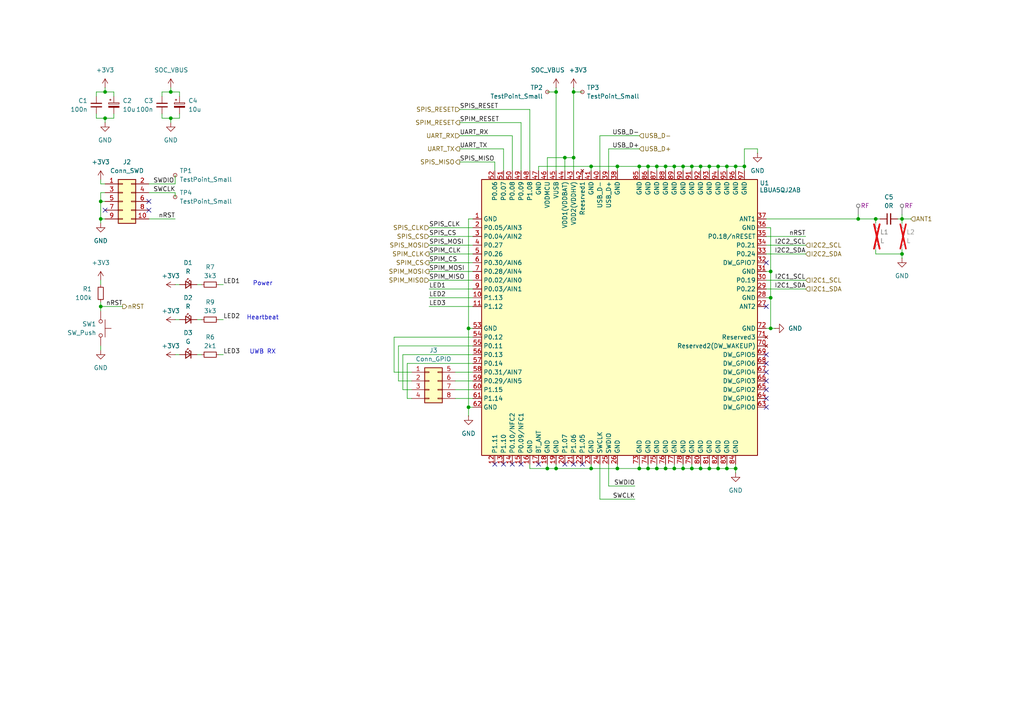
<source format=kicad_sch>
(kicad_sch (version 20250114) (generator "eeschema") (generator_version "9.0")
  (paper "A4")
  (lib_symbols
    (symbol "Connector:TestPoint_Small" (pin_numbers (hide yes)) (pin_names (offset 0.762) (hide yes))
      (property "Reference" "TP" (at 0 3.81 0))
      (property "Value" "TestPoint_Small" (at 0 2.032 0))
      (symbol "TestPoint_Small_0_1"
        (circle (center 0 0) (radius 0.508))
      )
      (symbol "TestPoint_Small_1_1"
        (pin passive line (at 0 0 90) (length 0) (name "1") (number "1"))
      )
    )
    (symbol "Connector_Generic:Conn_02x04_Top_Bottom" (pin_names (offset 1.016) (hide yes))
      (property "Reference" "J" (at 1.27 5.08 0))
      (property "Value" "Conn_02x04_Top_Bottom" (at 1.27 -7.62 0))
      (symbol "Conn_02x04_Top_Bottom_1_1"
        (rectangle (start -1.27 3.81) (end 3.81 -6.35) (stroke (width 0.254)) (fill (type background)))
        (rectangle (start -1.27 2.667) (end 0 2.413) (stroke (width 0.1524)))
        (rectangle (start -1.27 0.127) (end 0 -0.127) (stroke (width 0.1524)))
        (rectangle (start -1.27 -2.413) (end 0 -2.667) (stroke (width 0.1524)))
        (rectangle (start -1.27 -4.953) (end 0 -5.207) (stroke (width 0.1524)))
        (rectangle (start 3.81 2.667) (end 2.54 2.413) (stroke (width 0.1524)))
        (rectangle (start 3.81 0.127) (end 2.54 -0.127) (stroke (width 0.1524)))
        (rectangle (start 3.81 -2.413) (end 2.54 -2.667) (stroke (width 0.1524)))
        (rectangle (start 3.81 -4.953) (end 2.54 -5.207) (stroke (width 0.1524)))
        (pin passive line (at -5.08 2.54 0) (length 3.81) (name "Pin_1") (number "1"))
        (pin passive line (at -5.08 0 0) (length 3.81) (name "Pin_2") (number "2"))
        (pin passive line (at -5.08 -2.54 0) (length 3.81) (name "Pin_3") (number "3"))
        (pin passive line (at -5.08 -5.08 0) (length 3.81) (name "Pin_4") (number "4"))
        (pin passive line (at 7.62 2.54 180) (length 3.81) (name "Pin_5") (number "5"))
        (pin passive line (at 7.62 0 180) (length 3.81) (name "Pin_6") (number "6"))
        (pin passive line (at 7.62 -2.54 180) (length 3.81) (name "Pin_7") (number "7"))
        (pin passive line (at 7.62 -5.08 180) (length 3.81) (name "Pin_8") (number "8"))
      )
    )
    (symbol "Connector_Generic:Conn_02x05_Odd_Even" (pin_names (offset 1.016) (hide yes))
      (property "Reference" "J" (at 1.27 7.62 0))
      (property "Value" "Conn_02x05_Odd_Even" (at 1.27 -7.62 0))
      (symbol "Conn_02x05_Odd_Even_1_1"
        (rectangle (start -1.27 6.35) (end 3.81 -6.35) (stroke (width 0.254)) (fill (type background)))
        (rectangle (start -1.27 5.207) (end 0 4.953) (stroke (width 0.1524)))
        (rectangle (start -1.27 2.667) (end 0 2.413) (stroke (width 0.1524)))
        (rectangle (start -1.27 0.127) (end 0 -0.127) (stroke (width 0.1524)))
        (rectangle (start -1.27 -2.413) (end 0 -2.667) (stroke (width 0.1524)))
        (rectangle (start -1.27 -4.953) (end 0 -5.207) (stroke (width 0.1524)))
        (rectangle (start 3.81 5.207) (end 2.54 4.953) (stroke (width 0.1524)))
        (rectangle (start 3.81 2.667) (end 2.54 2.413) (stroke (width 0.1524)))
        (rectangle (start 3.81 0.127) (end 2.54 -0.127) (stroke (width 0.1524)))
        (rectangle (start 3.81 -2.413) (end 2.54 -2.667) (stroke (width 0.1524)))
        (rectangle (start 3.81 -4.953) (end 2.54 -5.207) (stroke (width 0.1524)))
        (pin passive line (at -5.08 5.08 0) (length 3.81) (name "Pin_1") (number "1"))
        (pin passive line (at -5.08 2.54 0) (length 3.81) (name "Pin_3") (number "3"))
        (pin passive line (at -5.08 0 0) (length 3.81) (name "Pin_5") (number "5"))
        (pin passive line (at -5.08 -2.54 0) (length 3.81) (name "Pin_7") (number "7"))
        (pin passive line (at -5.08 -5.08 0) (length 3.81) (name "Pin_9") (number "9"))
        (pin passive line (at 7.62 5.08 180) (length 3.81) (name "Pin_2") (number "2"))
        (pin passive line (at 7.62 2.54 180) (length 3.81) (name "Pin_4") (number "4"))
        (pin passive line (at 7.62 0 180) (length 3.81) (name "Pin_6") (number "6"))
        (pin passive line (at 7.62 -2.54 180) (length 3.81) (name "Pin_8") (number "8"))
        (pin passive line (at 7.62 -5.08 180) (length 3.81) (name "Pin_10") (number "10"))
      )
    )
    (symbol "Device:C_Polarized_Small" (pin_numbers (hide yes)) (pin_names (offset 0.254) (hide yes))
      (property "Reference" "C" (at 0.254 1.778 0))
      (property "Value" "C_Polarized_Small" (at 0.254 -2.032 0))
      (symbol "C_Polarized_Small_0_1"
        (rectangle (start -1.524 0.6858) (end 1.524 0.3048))
        (rectangle (start -1.524 -0.3048) (end 1.524 -0.6858) (fill (type outline)))
        (polyline (pts (xy -1.27 1.524) (xy -0.762 1.524)))
        (polyline (pts (xy -1.016 1.27) (xy -1.016 1.778)))
      )
      (symbol "C_Polarized_Small_1_1"
        (pin passive line (at 0 2.54 270) (length 1.8542) (name "~") (number "1"))
        (pin passive line (at 0 -2.54 90) (length 1.8542) (name "~") (number "2"))
      )
    )
    (symbol "Device:C_Small" (pin_numbers (hide yes)) (pin_names (offset 0.254) (hide yes))
      (property "Reference" "C" (at 0.254 1.778 0))
      (property "Value" "C_Small" (at 0.254 -2.032 0))
      (symbol "C_Small_0_1"
        (polyline (pts (xy -1.524 0.508) (xy 1.524 0.508)) (stroke (width 0.3048)))
        (polyline (pts (xy -1.524 -0.508) (xy 1.524 -0.508)) (stroke (width 0.3302)))
      )
      (symbol "C_Small_1_1"
        (pin passive line (at 0 2.54 270) (length 2.032) (name "~") (number "1"))
        (pin passive line (at 0 -2.54 90) (length 2.032) (name "~") (number "2"))
      )
    )
    (symbol "Device:L" (pin_numbers (hide yes)) (pin_names (offset 1.016) (hide yes))
      (property "Reference" "L" (at -1.27 0 90))
      (property "Value" "L" (at 1.905 0 90))
      (symbol "L_0_1"
        (arc (start 0 2.54) (mid 0.6323 1.905) (end 0 1.27))
        (arc (start 0 1.27) (mid 0.6323 0.635) (end 0 0))
        (arc (start 0 0) (mid 0.6323 -0.635) (end 0 -1.27))
        (arc (start 0 -1.27) (mid 0.6323 -1.905) (end 0 -2.54))
      )
      (symbol "L_1_1"
        (pin passive line (at 0 3.81 270) (length 1.27) (name "1") (number "1"))
        (pin passive line (at 0 -3.81 90) (length 1.27) (name "2") (number "2"))
      )
    )
    (symbol "Device:LED_Small" (pin_numbers (hide yes)) (pin_names (offset 0.254) (hide yes))
      (property "Reference" "D" (at -1.27 3.175 0))
      (property "Value" "LED_Small" (at -4.445 -2.54 0))
      (symbol "LED_Small_0_1"
        (polyline (pts (xy -0.762 -1.016) (xy -0.762 1.016)) (stroke (width 0.254)))
        (polyline (pts (xy 0 0.762) (xy -0.508 1.27) (xy -0.254 1.27) (xy -0.508 1.27) (xy -0.508 1.016)))
        (polyline (pts (xy 0.508 1.27) (xy 0 1.778) (xy 0.254 1.778) (xy 0 1.778) (xy 0 1.524)))
        (polyline (pts (xy 0.762 -1.016) (xy -0.762 0) (xy 0.762 1.016) (xy 0.762 -1.016)) (stroke (width 0.254)))
        (polyline (pts (xy 1.016 0) (xy -0.762 0)))
      )
      (symbol "LED_Small_1_1"
        (pin passive line (at -2.54 0 0) (length 1.778) (name "K") (number "1"))
        (pin passive line (at 2.54 0 180) (length 1.778) (name "A") (number "2"))
      )
    )
    (symbol "Device:R_Small" (pin_numbers (hide yes)) (pin_names (offset 0.254) (hide yes))
      (property "Reference" "R" (at 0 0 90))
      (property "Value" "R_Small" (at 1.778 0 90))
      (symbol "R_Small_0_1"
        (rectangle (start -0.762 1.778) (end 0.762 -1.778) (stroke (width 0.2032)))
      )
      (symbol "R_Small_1_1"
        (pin passive line (at 0 2.54 270) (length 0.762) (name "~") (number "1"))
        (pin passive line (at 0 -2.54 90) (length 0.762) (name "~") (number "2"))
      )
    )
    (symbol "LBUA5QJ2AB:LBUA5QJ2AB"
      (property "Reference" "U" (at 42.291 37.211 0))
      (property "Value" "LBUA5QJ2AB" (at 47.498 35.306 0))
      (symbol "LBUA5QJ2AB_1_1"
        (rectangle (start -39.3699 38.0999) (end 40.64 -41.91) (stroke (width 0.254)) (fill (type background)))
        (pin power_in line (at -41.91 26.67 0) (length 2.54) (name "GND") (number "1"))
        (pin input line (at -41.91 24.13 0) (length 2.54) (name "P0.05/AIN3") (number "2"))
        (pin input line (at -41.91 21.59 0) (length 2.54) (name "P0.04/AIN2") (number "3"))
        (pin input line (at -41.91 19.05 0) (length 2.54) (name "P0.27") (number "4"))
        (pin input line (at -41.91 16.51 0) (length 2.54) (name "P0.26") (number "5"))
        (pin input line (at -41.91 13.97 0) (length 2.54) (name "P0.30/AIN6") (number "6"))
        (pin input line (at -41.91 11.43 0) (length 2.54) (name "P0.28/AIN4") (number "7"))
        (pin input line (at -41.91 8.89 0) (length 2.54) (name "P0.02/AIN0") (number "8"))
        (pin input line (at -41.91 6.35 0) (length 2.54) (name "P0.03/AIN1") (number "9"))
        (pin input line (at -41.91 3.81 0) (length 2.54) (name "P1.13") (number "10"))
        (pin input line (at -41.91 1.27 0) (length 2.54) (name "P1.12") (number "11"))
        (pin power_in line (at -41.91 -5.08 0) (length 2.54) (name "GND") (number "53"))
        (pin input line (at -41.91 -7.62 0) (length 2.54) (name "P0.12") (number "54"))
        (pin input line (at -41.91 -10.16 0) (length 2.54) (name "P0.11") (number "55"))
        (pin input line (at -41.91 -12.7 0) (length 2.54) (name "P0.13") (number "56"))
        (pin input line (at -41.91 -15.24 0) (length 2.54) (name "P0.14") (number "57"))
        (pin input line (at -41.91 -17.78 0) (length 2.54) (name "P0.31/AIN7") (number "58"))
        (pin input line (at -41.91 -20.32 0) (length 2.54) (name "P0.29/AIN5") (number "59"))
        (pin input line (at -41.91 -22.86 0) (length 2.54) (name "P1.15") (number "60"))
        (pin input line (at -41.91 -25.4 0) (length 2.54) (name "P1.14") (number "61"))
        (pin power_in line (at -41.91 -27.94 0) (length 2.54) (name "GND") (number "62"))
        (pin input line (at -35.56 40.64 270) (length 2.54) (name "P0.06") (number "52"))
        (pin power_in line (at -35.56 -44.45 90) (length 2.54) (name "P1.11") (number "12"))
        (pin input line (at -33.02 40.64 270) (length 2.54) (name "P0.07") (number "51"))
        (pin input line (at -33.02 -44.45 90) (length 2.54) (name "P1.10") (number "13"))
        (pin input line (at -30.48 40.64 270) (length 2.54) (name "P0.08") (number "50"))
        (pin input line (at -30.48 -44.45 90) (length 2.54) (name "P0.10/NFC2") (number "14"))
        (pin input line (at -27.94 40.64 270) (length 2.54) (name "P0.09") (number "49"))
        (pin input line (at -27.94 -44.45 90) (length 2.54) (name "P0.09/NFC1") (number "15"))
        (pin input line (at -25.4 40.64 270) (length 2.54) (name "P1.08") (number "48"))
        (pin power_in line (at -25.4 -44.45 90) (length 2.54) (name "GND") (number "16"))
        (pin power_in line (at -22.86 40.64 270) (length 2.54) (name "GND") (number "47"))
        (pin input line (at -22.86 -44.45 90) (length 2.54) (name "BT_ANT") (number "17"))
        (pin power_in line (at -20.32 40.64 270) (length 2.54) (name "VDDMCU") (number "46"))
        (pin power_in line (at -20.32 -44.45 90) (length 2.54) (name "GND") (number "18"))
        (pin power_in line (at -17.78 40.64 270) (length 2.54) (name "VUSB") (number "45"))
        (pin power_in line (at -17.78 -44.45 90) (length 2.54) (name "GND") (number "19"))
        (pin power_in line (at -15.24 40.64 270) (length 2.54) (name "VDD1(VDDBAT)") (number "44"))
        (pin input line (at -15.24 -44.45 90) (length 2.54) (name "P1.07") (number "20"))
        (pin power_in line (at -12.7 40.64 270) (length 2.54) (name "VDD2(VDDHV)") (number "43"))
        (pin input line (at -12.7 -44.45 90) (length 2.54) (name "P1.06") (number "21"))
        (pin no_connect line (at -10.16 40.64 270) (length 2.54) (name "Reesrved1") (number "42"))
        (pin input line (at -10.16 -44.45 90) (length 2.54) (name "P1.05") (number "22"))
        (pin power_in line (at -7.62 40.64 270) (length 2.54) (name "GND") (number "41"))
        (pin power_in line (at -7.62 -44.45 90) (length 2.54) (name "GND") (number "23"))
        (pin input line (at -5.08 40.64 270) (length 2.54) (name "USB_D-") (number "40"))
        (pin input line (at -5.08 -44.45 90) (length 2.54) (name "SWCLK") (number "24"))
        (pin input line (at -2.54 40.64 270) (length 2.54) (name "USB_D+") (number "39"))
        (pin input line (at -2.54 -44.45 90) (length 2.54) (name "SWDIO") (number "25"))
        (pin power_in line (at 0 40.64 270) (length 2.54) (name "GND") (number "38"))
        (pin power_in line (at 0 -44.45 90) (length 2.54) (name "GND") (number "26"))
        (pin power_in line (at 6.35 40.64 270) (length 2.54) (name "GND") (number "85"))
        (pin power_in line (at 6.35 -44.45 90) (length 2.54) (name "GND") (number "73"))
        (pin power_in line (at 8.89 40.64 270) (length 2.54) (name "GND") (number "86"))
        (pin power_in line (at 8.89 -44.45 90) (length 2.54) (name "GND") (number "74"))
        (pin power_in line (at 11.43 40.64 270) (length 2.54) (name "GND") (number "87"))
        (pin power_in line (at 11.43 -44.45 90) (length 2.54) (name "GND") (number "75"))
        (pin power_in line (at 13.97 40.64 270) (length 2.54) (name "GND") (number "88"))
        (pin power_in line (at 13.97 -44.45 90) (length 2.54) (name "GND") (number "76"))
        (pin power_in line (at 16.51 40.64 270) (length 2.54) (name "GND") (number "89"))
        (pin power_in line (at 16.51 -44.45 90) (length 2.54) (name "GND") (number "77"))
        (pin power_in line (at 19.05 40.64 270) (length 2.54) (name "GND") (number "90"))
        (pin power_in line (at 19.05 -44.45 90) (length 2.54) (name "GND") (number "78"))
        (pin power_in line (at 21.59 40.64 270) (length 2.54) (name "GND") (number "91"))
        (pin power_in line (at 21.59 -44.45 90) (length 2.54) (name "GND") (number "79"))
        (pin power_in line (at 24.13 40.64 270) (length 2.54) (name "GND") (number "92"))
        (pin power_in line (at 24.13 -44.45 90) (length 2.54) (name "GND") (number "80"))
        (pin power_in line (at 26.67 40.64 270) (length 2.54) (name "GND") (number "93"))
        (pin power_in line (at 26.67 -44.45 90) (length 2.54) (name "GND") (number "81"))
        (pin power_in line (at 29.21 40.64 270) (length 2.54) (name "GND") (number "94"))
        (pin power_in line (at 29.21 -44.45 90) (length 2.54) (name "GND") (number "82"))
        (pin power_in line (at 31.75 40.64 270) (length 2.54) (name "GND") (number "95"))
        (pin power_in line (at 31.75 -44.45 90) (length 2.54) (name "GND") (number "83"))
        (pin power_in line (at 34.29 40.64 270) (length 2.54) (name "GND") (number "96"))
        (pin power_in line (at 34.29 -44.45 90) (length 2.54) (name "GND") (number "84"))
        (pin power_in line (at 36.83 40.64 270) (length 2.54) (name "GND") (number "97"))
        (pin input line (at 43.18 26.67 180) (length 2.54) (name "ANT1") (number "37"))
        (pin power_in line (at 43.18 24.13 180) (length 2.54) (name "GND") (number "36"))
        (pin input line (at 43.18 21.59 180) (length 2.54) (name "P0.18/nRESET") (number "35"))
        (pin input line (at 43.18 19.05 180) (length 2.54) (name "P0.21") (number "34"))
        (pin input line (at 43.18 16.51 180) (length 2.54) (name "P0.24") (number "33"))
        (pin input line (at 43.18 13.97 180) (length 2.54) (name "DW_GPIO7") (number "32"))
        (pin power_in line (at 43.18 11.43 180) (length 2.54) (name "GND") (number "31"))
        (pin input line (at 43.18 8.89 180) (length 2.54) (name "P0.19") (number "30"))
        (pin input line (at 43.18 6.35 180) (length 2.54) (name "P0.22") (number "29"))
        (pin power_in line (at 43.18 3.81 180) (length 2.54) (name "GND") (number "28"))
        (pin input line (at 43.18 1.27 180) (length 2.54) (name "ANT2") (number "27"))
        (pin power_in line (at 43.18 -5.08 180) (length 2.54) (name "GND") (number "72"))
        (pin no_connect line (at 43.18 -7.62 180) (length 2.54) (name "Reserved3") (number "71"))
        (pin no_connect line (at 43.18 -10.16 180) (length 2.54) (name "Reserved2(DW_WAKEUP)") (number "70"))
        (pin input line (at 43.18 -12.7 180) (length 2.54) (name "DW_GPIO5") (number "69"))
        (pin input line (at 43.18 -15.24 180) (length 2.54) (name "DW_GPIO6") (number "68"))
        (pin input line (at 43.18 -17.78 180) (length 2.54) (name "DW_GPIO4") (number "67"))
        (pin input line (at 43.18 -20.32 180) (length 2.54) (name "DW_GPIO3") (number "66"))
        (pin input line (at 43.18 -22.86 180) (length 2.54) (name "DW_GPIO2") (number "65"))
        (pin input line (at 43.18 -25.4 180) (length 2.54) (name "DW_GPIO1") (number "64"))
        (pin input line (at 43.18 -27.94 180) (length 2.54) (name "DW_GPIO0") (number "63"))
      )
    )
    (symbol "Switch:SW_Push" (pin_numbers (hide yes)) (pin_names (offset 1.016) (hide yes))
      (property "Reference" "SW" (at 1.27 2.54 0))
      (property "Value" "SW_Push" (at 0 -1.524 0))
      (symbol "SW_Push_0_1"
        (circle (center -2.032 0) (radius 0.508))
        (polyline (pts (xy 0 1.27) (xy 0 3.048)))
        (circle (center 2.032 0) (radius 0.508))
        (polyline (pts (xy 2.54 1.27) (xy -2.54 1.27)))
        (pin passive line (at -5.08 0 0) (length 2.54) (name "1") (number "1"))
        (pin passive line (at 5.08 0 180) (length 2.54) (name "2") (number "2"))
      )
    )
    (symbol "power:+3V3" (power) (pin_numbers (hide yes)) (pin_names (offset 0) (hide yes))
      (property "Value" "+3V3" (at 0 3.556 0))
      (symbol "+3V3_0_1"
        (polyline (pts (xy -0.762 1.27) (xy 0 2.54)))
        (polyline (pts (xy 0 2.54) (xy 0.762 1.27)))
        (polyline (pts (xy 0 0) (xy 0 2.54)))
      )
      (symbol "+3V3_1_1"
        (pin power_in line (at 0 0 90) (length 0) (name "~") (number "1"))
      )
    )
    (symbol "power:GND" (power) (pin_numbers (hide yes)) (pin_names (offset 0) (hide yes))
      (property "Value" "GND" (at 0 -3.81 0))
      (symbol "GND_0_1"
        (polyline (pts (xy 0 0) (xy 0 -1.27) (xy 1.27 -1.27) (xy 0 -2.54) (xy -1.27 -1.27) (xy 0 -1.27)))
      )
      (symbol "GND_1_1"
        (pin power_in line (at 0 0 270) (length 0) (name "~") (number "1"))
      )
    )
    (symbol "power:VBUS" (power) (pin_numbers (hide yes)) (pin_names (offset 0) (hide yes))
      (property "Value" "VBUS" (at 0 3.556 0))
      (symbol "VBUS_0_1"
        (polyline (pts (xy -0.762 1.27) (xy 0 2.54)))
        (polyline (pts (xy 0 2.54) (xy 0.762 1.27)))
        (polyline (pts (xy 0 0) (xy 0 2.54)))
      )
      (symbol "VBUS_1_1"
        (pin power_in line (at 0 0 90) (length 0) (name "~") (number "1"))
      )
    )
  )
  (text "Power" (at 76.2 82.296 0) (effects (font (size 1.27 1.27))))
  (text "Heartbeat" (at 76.2 92.202 0) (effects (font (size 1.27 1.27))))
  (text "UWB RX" (at 76.2 102.108 0) (effects (font (size 1.27 1.27))))
  (junction (at 203.2 135.89))
  (junction (at 171.45 48.26))
  (junction (at 261.62 73.66))
  (junction (at 208.28 135.89))
  (junction (at 213.36 135.89))
  (junction (at 205.74 135.89))
  (junction (at 223.52 78.74))
  (junction (at 198.12 135.89))
  (junction (at 49.53 26.67))
  (junction (at 193.04 135.89))
  (junction (at 135.89 95.25))
  (junction (at 187.96 135.89))
  (junction (at 166.37 26.67))
  (junction (at 161.29 26.67))
  (junction (at 30.48 34.29))
  (junction (at 29.21 63.5))
  (junction (at 30.48 26.67))
  (junction (at 200.66 48.26))
  (junction (at 213.36 48.26))
  (junction (at 254 63.5))
  (junction (at 205.74 48.26))
  (junction (at 179.07 135.89))
  (junction (at 223.52 86.36))
  (junction (at 193.04 48.26))
  (junction (at 190.5 135.89))
  (junction (at 208.28 48.26))
  (junction (at 210.82 135.89))
  (junction (at 171.45 135.89))
  (junction (at 195.58 135.89))
  (junction (at 215.9 48.26))
  (junction (at 185.42 135.89))
  (junction (at 29.21 88.9))
  (junction (at 195.58 48.26))
  (junction (at 261.62 63.5))
  (junction (at 29.21 58.42))
  (junction (at 248.92 63.5))
  (junction (at 210.82 48.26))
  (junction (at 135.89 118.11))
  (junction (at 185.42 48.26))
  (junction (at 187.96 48.26))
  (junction (at 163.83 45.72))
  (junction (at 166.37 45.72))
  (junction (at 158.75 135.89))
  (junction (at 179.07 48.26))
  (junction (at 161.29 135.89))
  (junction (at 200.66 135.89))
  (junction (at 190.5 48.26))
  (junction (at 198.12 48.26))
  (junction (at 203.2 48.26))
  (junction (at 223.52 95.25))
  (junction (at 49.53 34.29))
  (no_connect (at 168.91 134.62))
  (no_connect (at 30.48 60.96))
  (no_connect (at 222.25 76.2))
  (no_connect (at 166.37 134.62))
  (no_connect (at 222.25 113.03))
  (no_connect (at 222.25 115.57))
  (no_connect (at 43.18 58.42))
  (no_connect (at 222.25 107.95))
  (no_connect (at 151.13 134.62))
  (no_connect (at 222.25 118.11))
  (no_connect (at 156.21 134.62))
  (no_connect (at 148.59 134.62))
  (no_connect (at 222.25 110.49))
  (no_connect (at 43.18 60.96))
  (no_connect (at 222.25 105.41))
  (no_connect (at 222.25 102.87))
  (no_connect (at 163.83 134.62))
  (no_connect (at 146.05 134.62))
  (no_connect (at 222.25 88.9))
  (no_connect (at 143.51 134.62))
  (wire (pts (xy 63.5 102.87) (xy 64.77 102.87)))
  (wire (pts (xy 166.37 25.4) (xy 166.37 26.67)))
  (wire (pts (xy 222.25 71.12) (xy 233.68 71.12)))
  (wire (pts (xy 143.51 49.53) (xy 143.51 46.99)))
  (wire (pts (xy 63.5 82.55) (xy 64.77 82.55)))
  (wire (pts (xy 195.58 48.26) (xy 195.58 49.53)))
  (wire (pts (xy 195.58 135.89) (xy 198.12 135.89)))
  (wire (pts (xy 124.46 76.2) (xy 137.16 76.2)))
  (wire (pts (xy 30.48 25.4) (xy 30.48 26.67)))
  (wire (pts (xy 124.46 78.74) (xy 137.16 78.74)))
  (wire (pts (xy 222.25 95.25) (xy 223.52 95.25)))
  (wire (pts (xy 146.05 49.53) (xy 146.05 43.18)))
  (wire (pts (xy 195.58 48.26) (xy 198.12 48.26)))
  (wire (pts (xy 171.45 48.26) (xy 171.45 49.53)))
  (wire (pts (xy 185.42 48.26) (xy 187.96 48.26)))
  (wire (pts (xy 27.94 34.29) (xy 30.48 34.29)))
  (wire (pts (xy 50.8 53.34) (xy 50.8 50.8)))
  (wire (pts (xy 116.84 102.87) (xy 137.16 102.87)))
  (wire (pts (xy 156.21 48.26) (xy 171.45 48.26)))
  (wire (pts (xy 179.07 135.89) (xy 185.42 135.89)))
  (wire (pts (xy 261.62 63.5) (xy 261.62 64.77)))
  (wire (pts (xy 254 63.5) (xy 254 64.77)))
  (wire (pts (xy 132.08 115.57) (xy 137.16 115.57)))
  (wire (pts (xy 261.62 72.39) (xy 261.62 73.66)))
  (wire (pts (xy 195.58 134.62) (xy 195.58 135.89)))
  (wire (pts (xy 248.92 63.5) (xy 254 63.5)))
  (wire (pts (xy 222.25 86.36) (xy 223.52 86.36)))
  (wire (pts (xy 43.18 55.88) (xy 50.8 55.88)))
  (wire (pts (xy 166.37 45.72) (xy 166.37 49.53)))
  (wire (pts (xy 171.45 48.26) (xy 179.07 48.26)))
  (wire (pts (xy 158.75 135.89) (xy 161.29 135.89)))
  (wire (pts (xy 119.38 115.57) (xy 118.11 115.57)))
  (wire (pts (xy 200.66 135.89) (xy 203.2 135.89)))
  (wire (pts (xy 118.11 105.41) (xy 137.16 105.41)))
  (wire (pts (xy 161.29 26.67) (xy 161.29 49.53)))
  (wire (pts (xy 133.35 35.56) (xy 151.13 35.56)))
  (wire (pts (xy 190.5 48.26) (xy 193.04 48.26)))
  (wire (pts (xy 63.5 92.71) (xy 64.77 92.71)))
  (wire (pts (xy 46.99 26.67) (xy 46.99 27.94)))
  (wire (pts (xy 205.74 48.26) (xy 205.74 49.53)))
  (wire (pts (xy 133.35 43.18) (xy 146.05 43.18)))
  (wire (pts (xy 222.25 81.28) (xy 233.68 81.28)))
  (wire (pts (xy 173.99 49.53) (xy 173.99 39.37)))
  (wire (pts (xy 193.04 48.26) (xy 193.04 49.53)))
  (wire (pts (xy 198.12 135.89) (xy 200.66 135.89)))
  (wire (pts (xy 193.04 48.26) (xy 195.58 48.26)))
  (wire (pts (xy 124.46 68.58) (xy 137.16 68.58)))
  (wire (pts (xy 29.21 88.9) (xy 29.21 90.17)))
  (wire (pts (xy 132.08 107.95) (xy 137.16 107.95)))
  (wire (pts (xy 233.68 68.58) (xy 222.25 68.58)))
  (wire (pts (xy 50.8 92.71) (xy 52.07 92.71)))
  (wire (pts (xy 210.82 48.26) (xy 210.82 49.53)))
  (wire (pts (xy 219.71 44.45) (xy 219.71 43.18)))
  (wire (pts (xy 30.48 55.88) (xy 29.21 55.88)))
  (wire (pts (xy 198.12 134.62) (xy 198.12 135.89)))
  (wire (pts (xy 208.28 135.89) (xy 210.82 135.89)))
  (wire (pts (xy 57.15 92.71) (xy 58.42 92.71)))
  (wire (pts (xy 203.2 134.62) (xy 203.2 135.89)))
  (wire (pts (xy 185.42 134.62) (xy 185.42 135.89)))
  (wire (pts (xy 176.53 134.62) (xy 176.53 140.97)))
  (wire (pts (xy 124.46 83.82) (xy 137.16 83.82)))
  (wire (pts (xy 135.89 63.5) (xy 137.16 63.5)))
  (wire (pts (xy 132.08 110.49) (xy 137.16 110.49)))
  (wire (pts (xy 176.53 140.97) (xy 184.15 140.97)))
  (wire (pts (xy 124.46 73.66) (xy 137.16 73.66)))
  (wire (pts (xy 261.62 62.23) (xy 261.62 63.5)))
  (wire (pts (xy 173.99 134.62) (xy 173.99 144.78)))
  (wire (pts (xy 29.21 63.5) (xy 29.21 64.77)))
  (wire (pts (xy 52.07 26.67) (xy 49.53 26.67)))
  (wire (pts (xy 33.02 33.02) (xy 33.02 34.29)))
  (wire (pts (xy 124.46 66.04) (xy 137.16 66.04)))
  (wire (pts (xy 219.71 43.18) (xy 215.9 43.18)))
  (wire (pts (xy 49.53 34.29) (xy 52.07 34.29)))
  (wire (pts (xy 254 73.66) (xy 261.62 73.66)))
  (wire (pts (xy 222.25 83.82) (xy 233.68 83.82)))
  (wire (pts (xy 29.21 88.9) (xy 35.56 88.9)))
  (wire (pts (xy 198.12 48.26) (xy 198.12 49.53)))
  (wire (pts (xy 261.62 63.5) (xy 264.16 63.5)))
  (wire (pts (xy 124.46 71.12) (xy 137.16 71.12)))
  (wire (pts (xy 135.89 118.11) (xy 135.89 120.65)))
  (wire (pts (xy 148.59 49.53) (xy 148.59 39.37)))
  (wire (pts (xy 29.21 55.88) (xy 29.21 58.42)))
  (wire (pts (xy 203.2 135.89) (xy 205.74 135.89)))
  (wire (pts (xy 114.3 107.95) (xy 119.38 107.95)))
  (wire (pts (xy 30.48 26.67) (xy 27.94 26.67)))
  (wire (pts (xy 29.21 100.33) (xy 29.21 101.6)))
  (wire (pts (xy 193.04 135.89) (xy 195.58 135.89)))
  (wire (pts (xy 171.45 134.62) (xy 171.45 135.89)))
  (wire (pts (xy 254 63.5) (xy 255.27 63.5)))
  (wire (pts (xy 261.62 74.93) (xy 261.62 73.66)))
  (wire (pts (xy 124.46 88.9) (xy 137.16 88.9)))
  (wire (pts (xy 29.21 52.07) (xy 29.21 53.34)))
  (wire (pts (xy 208.28 134.62) (xy 208.28 135.89)))
  (wire (pts (xy 203.2 48.26) (xy 203.2 49.53)))
  (wire (pts (xy 137.16 97.79) (xy 114.3 97.79)))
  (wire (pts (xy 133.35 39.37) (xy 148.59 39.37)))
  (wire (pts (xy 137.16 118.11) (xy 135.89 118.11)))
  (wire (pts (xy 49.53 34.29) (xy 49.53 35.56)))
  (wire (pts (xy 166.37 26.67) (xy 166.37 45.72)))
  (wire (pts (xy 119.38 113.03) (xy 116.84 113.03)))
  (wire (pts (xy 205.74 135.89) (xy 208.28 135.89)))
  (wire (pts (xy 222.25 73.66) (xy 233.68 73.66)))
  (wire (pts (xy 166.37 26.67) (xy 168.91 26.67)))
  (wire (pts (xy 57.15 102.87) (xy 58.42 102.87)))
  (wire (pts (xy 158.75 49.53) (xy 158.75 45.72)))
  (wire (pts (xy 118.11 115.57) (xy 118.11 105.41)))
  (wire (pts (xy 50.8 102.87) (xy 52.07 102.87)))
  (wire (pts (xy 187.96 48.26) (xy 190.5 48.26)))
  (wire (pts (xy 200.66 48.26) (xy 200.66 49.53)))
  (wire (pts (xy 190.5 134.62) (xy 190.5 135.89)))
  (wire (pts (xy 52.07 27.94) (xy 52.07 26.67)))
  (wire (pts (xy 213.36 134.62) (xy 213.36 135.89)))
  (wire (pts (xy 29.21 58.42) (xy 29.21 63.5)))
  (wire (pts (xy 222.25 63.5) (xy 248.92 63.5)))
  (wire (pts (xy 153.67 135.89) (xy 158.75 135.89)))
  (wire (pts (xy 30.48 34.29) (xy 33.02 34.29)))
  (wire (pts (xy 153.67 134.62) (xy 153.67 135.89)))
  (wire (pts (xy 158.75 134.62) (xy 158.75 135.89)))
  (wire (pts (xy 158.75 26.67) (xy 161.29 26.67)))
  (wire (pts (xy 179.07 48.26) (xy 179.07 49.53)))
  (wire (pts (xy 29.21 53.34) (xy 30.48 53.34)))
  (wire (pts (xy 223.52 78.74) (xy 223.52 86.36)))
  (wire (pts (xy 119.38 110.49) (xy 115.57 110.49)))
  (wire (pts (xy 163.83 45.72) (xy 166.37 45.72)))
  (wire (pts (xy 190.5 48.26) (xy 190.5 49.53)))
  (wire (pts (xy 33.02 27.94) (xy 33.02 26.67)))
  (wire (pts (xy 213.36 48.26) (xy 215.9 48.26)))
  (wire (pts (xy 30.48 34.29) (xy 30.48 35.56)))
  (wire (pts (xy 208.28 48.26) (xy 210.82 48.26)))
  (wire (pts (xy 151.13 49.53) (xy 151.13 35.56)))
  (wire (pts (xy 185.42 135.89) (xy 187.96 135.89)))
  (wire (pts (xy 161.29 135.89) (xy 171.45 135.89)))
  (wire (pts (xy 132.08 113.03) (xy 137.16 113.03)))
  (wire (pts (xy 50.8 82.55) (xy 52.07 82.55)))
  (wire (pts (xy 176.53 43.18) (xy 185.42 43.18)))
  (wire (pts (xy 50.8 53.34) (xy 43.18 53.34)))
  (wire (pts (xy 161.29 134.62) (xy 161.29 135.89)))
  (wire (pts (xy 223.52 86.36) (xy 223.52 95.25)))
  (wire (pts (xy 133.35 46.99) (xy 143.51 46.99)))
  (wire (pts (xy 185.42 48.26) (xy 185.42 49.53)))
  (wire (pts (xy 46.99 34.29) (xy 49.53 34.29)))
  (wire (pts (xy 210.82 135.89) (xy 213.36 135.89)))
  (wire (pts (xy 30.48 63.5) (xy 29.21 63.5)))
  (wire (pts (xy 116.84 113.03) (xy 116.84 102.87)))
  (wire (pts (xy 213.36 49.53) (xy 213.36 48.26)))
  (wire (pts (xy 210.82 48.26) (xy 213.36 48.26)))
  (wire (pts (xy 173.99 144.78) (xy 184.15 144.78)))
  (wire (pts (xy 248.92 62.23) (xy 248.92 63.5)))
  (wire (pts (xy 179.07 134.62) (xy 179.07 135.89)))
  (wire (pts (xy 208.28 48.26) (xy 208.28 49.53)))
  (wire (pts (xy 200.66 134.62) (xy 200.66 135.89)))
  (wire (pts (xy 223.52 66.04) (xy 223.52 78.74)))
  (wire (pts (xy 124.46 81.28) (xy 137.16 81.28)))
  (wire (pts (xy 114.3 97.79) (xy 114.3 107.95)))
  (wire (pts (xy 210.82 134.62) (xy 210.82 135.89)))
  (wire (pts (xy 187.96 48.26) (xy 187.96 49.53)))
  (wire (pts (xy 135.89 63.5) (xy 135.89 95.25)))
  (wire (pts (xy 50.8 55.88) (xy 50.8 57.15)))
  (wire (pts (xy 222.25 66.04) (xy 223.52 66.04)))
  (wire (pts (xy 190.5 135.89) (xy 193.04 135.89)))
  (wire (pts (xy 27.94 33.02) (xy 27.94 34.29)))
  (wire (pts (xy 193.04 134.62) (xy 193.04 135.89)))
  (wire (pts (xy 29.21 81.28) (xy 29.21 82.55)))
  (wire (pts (xy 203.2 48.26) (xy 205.74 48.26)))
  (wire (pts (xy 27.94 26.67) (xy 27.94 27.94)))
  (wire (pts (xy 254 72.39) (xy 254 73.66)))
  (wire (pts (xy 260.35 63.5) (xy 261.62 63.5)))
  (wire (pts (xy 46.99 33.02) (xy 46.99 34.29)))
  (wire (pts (xy 222.25 78.74) (xy 223.52 78.74)))
  (wire (pts (xy 161.29 25.4) (xy 161.29 26.67)))
  (wire (pts (xy 135.89 95.25) (xy 135.89 118.11)))
  (wire (pts (xy 179.07 48.26) (xy 185.42 48.26)))
  (wire (pts (xy 49.53 25.4) (xy 49.53 26.67)))
  (wire (pts (xy 173.99 39.37) (xy 185.42 39.37)))
  (wire (pts (xy 171.45 135.89) (xy 179.07 135.89)))
  (wire (pts (xy 52.07 33.02) (xy 52.07 34.29)))
  (wire (pts (xy 153.67 49.53) (xy 153.67 31.75)))
  (wire (pts (xy 213.36 135.89) (xy 213.36 137.16)))
  (wire (pts (xy 187.96 134.62) (xy 187.96 135.89)))
  (wire (pts (xy 115.57 110.49) (xy 115.57 100.33)))
  (wire (pts (xy 215.9 43.18) (xy 215.9 48.26)))
  (wire (pts (xy 205.74 134.62) (xy 205.74 135.89)))
  (wire (pts (xy 200.66 48.26) (xy 203.2 48.26)))
  (wire (pts (xy 50.8 63.5) (xy 43.18 63.5)))
  (wire (pts (xy 163.83 45.72) (xy 163.83 49.53)))
  (wire (pts (xy 156.21 49.53) (xy 156.21 48.26)))
  (wire (pts (xy 49.53 26.67) (xy 46.99 26.67)))
  (wire (pts (xy 29.21 58.42) (xy 30.48 58.42)))
  (wire (pts (xy 205.74 48.26) (xy 208.28 48.26)))
  (wire (pts (xy 158.75 45.72) (xy 163.83 45.72)))
  (wire (pts (xy 33.02 26.67) (xy 30.48 26.67)))
  (wire (pts (xy 57.15 82.55) (xy 58.42 82.55)))
  (wire (pts (xy 137.16 95.25) (xy 135.89 95.25)))
  (wire (pts (xy 198.12 48.26) (xy 200.66 48.26)))
  (wire (pts (xy 133.35 31.75) (xy 153.67 31.75)))
  (wire (pts (xy 29.21 87.63) (xy 29.21 88.9)))
  (wire (pts (xy 115.57 100.33) (xy 137.16 100.33)))
  (wire (pts (xy 124.46 86.36) (xy 137.16 86.36)))
  (wire (pts (xy 187.96 135.89) (xy 190.5 135.89)))
  (wire (pts (xy 176.53 49.53) (xy 176.53 43.18)))
  (wire (pts (xy 223.52 95.25) (xy 224.79 95.25)))
  (wire (pts (xy 215.9 48.26) (xy 215.9 49.53)))
  (label "SPIM_RESET" (at 133.35 35.56 0))
  (label "SPIM_CLK" (at 124.46 73.66 0))
  (label "SPIS_CLK" (at 124.46 66.04 0))
  (label "UART_RX" (at 133.35 39.37 0))
  (label "SWCLK" (at 44.45 55.88 0))
  (label "LED3" (at 124.46 88.9 0))
  (label "USB_D+" (at 185.42 43.18 180))
  (label "SWDIO" (at 44.45 53.34 0))
  (label "LED2" (at 64.77 92.71 0))
  (label "SWDIO" (at 184.15 140.97 180))
  (label "LED3" (at 64.77 102.87 0))
  (label "LED2" (at 124.46 86.36 0))
  (label "I2C2_SDA" (at 233.68 73.66 180))
  (label "SPIS_RESET" (at 133.35 31.75 0))
  (label "I2C1_SCL" (at 233.68 81.28 180))
  (label "nRST" (at 35.56 88.9 180))
  (label "USB_D-" (at 185.42 39.37 180))
  (label "LED1" (at 64.77 82.55 0))
  (label "SPIM_MOSI" (at 124.46 78.74 0))
  (label "I2C2_SCL" (at 233.68 71.12 180))
  (label "nRST" (at 50.8 63.5 180))
  (label "I2C1_SDA" (at 233.68 83.82 180))
  (label "SPIS_MISO" (at 133.35 46.99 0))
  (label "SPIM_MISO" (at 124.46 81.28 0))
  (label "SPIS_MOSI" (at 124.46 71.12 0))
  (label "LED1" (at 124.46 83.82 0))
  (label "UART_TX" (at 133.35 43.18 0))
  (label "SPIM_CS" (at 124.46 76.2 0))
  (label "SWCLK" (at 184.15 144.78 180))
  (label "SPIS_CS" (at 124.46 68.58 0))
  (label "nRST" (at 233.68 68.58 180))
  (hierarchical_label "USB_D+" (shape input) (at 185.42 43.18 0))
  (hierarchical_label "I2C2_SCL" (shape input) (at 233.68 71.12 0))
  (hierarchical_label "ANT1" (shape input) (at 264.16 63.5 0))
  (hierarchical_label "SPIS_MOSI" (shape input) (at 124.46 71.12 180))
  (hierarchical_label "SPIS_CS" (shape input) (at 124.46 68.58 180))
  (hierarchical_label "SPIM_CS" (shape output) (at 124.46 76.2 180))
  (hierarchical_label "SPIM_CLK" (shape output) (at 124.46 73.66 180))
  (hierarchical_label "nRST" (shape output) (at 35.56 88.9 0))
  (hierarchical_label "USB_D-" (shape input) (at 185.42 39.37 0))
  (hierarchical_label "SPIM_RESET" (shape output) (at 133.35 35.56 180))
  (hierarchical_label "I2C1_SDA" (shape input) (at 233.68 83.82 0))
  (hierarchical_label "UART_TX" (shape output) (at 133.35 43.18 180))
  (hierarchical_label "SPIM_MOSI" (shape output) (at 124.46 78.74 180))
  (hierarchical_label "UART_RX" (shape input) (at 133.35 39.37 180))
  (hierarchical_label "I2C2_SDA" (shape input) (at 233.6634 73.66 0))
  (hierarchical_label "SPIM_MISO" (shape input) (at 124.46 81.28 180))
  (hierarchical_label "SPIS_RESET" (shape input) (at 133.35 31.75 180))
  (hierarchical_label "I2C1_SCL" (shape input) (at 233.68 81.28 0))
  (hierarchical_label "SPIS_MISO" (shape output) (at 133.35 46.99 180))
  (hierarchical_label "SPIS_CLK" (shape input) (at 124.46 66.04 180))
  (netclass_flag "" (length 2.54) (shape round) (at 261.62 62.23 0) (property "Netclass" "RF" (at 262.3185 59.69 0) (effects (justify left))))
  (netclass_flag "" (length 2.54) (shape round) (at 248.92 62.23 0) (property "Netclass" "RF" (at 249.6185 59.69 0) (effects (justify left))))
  (symbol (lib_id "Device:C_Polarized_Small") (at 33.02 30.48 0) (unit 1)
    (property "Reference" "C2" (at 35.56 29.21 0) (effects (justify left)))
    (property "Value" "10u" (at 35.56 31.75 0) (effects (justify left)))
    (property "Footprint" "Capacitor_Tantalum_SMD:CP_EIA-3216-18_Kemet-A" (effects (hide yes)))
    (property "Description" "Polarized capacitor, small symbol" (effects (hide yes)))
  )
  (symbol (lib_id "power:VBUS") (at 161.29 25.4 0) (unit 1)
    (property "Reference" "#PWR05" (effects (hide yes)))
    (property "Value" "SOC_VBUS" (at 153.924 20.32 0) (effects (justify left)))
    (property "Description" "Power symbol creates a global label with name \"VBUS\"" (effects (hide yes)))
  )
  (symbol (lib_id "power:GND") (at 30.48 35.56 0) (unit 1)
    (property "Reference" "#PWR02" (effects (hide yes)))
    (property "Value" "GND" (at 30.48 40.64 0))
    (property "Description" "Power symbol creates a global label with name \"GND\" , ground" (effects (hide yes)))
  )
  (symbol (lib_id "power:GND") (at 224.79 95.25 90) (unit 1)
    (property "Reference" "#PWR048" (effects (hide yes)))
    (property "Value" "GND" (at 228.6 95.2499 90) (effects (justify right)))
    (property "Description" "Power symbol creates a global label with name \"GND\" , ground" (effects (hide yes)))
  )
  (symbol (lib_id "Switch:SW_Push") (at 29.21 95.25 270) (mirror x) (unit 1)
    (property "Reference" "SW1" (at 27.94 93.9799 90) (effects (justify right)))
    (property "Value" "SW_Push" (at 27.94 96.5199 90) (effects (justify right)))
    (property "Footprint" "Button_Switch_THT:SW_TH_Tactile_Omron_B3F-106x" (effects (hide yes)))
    (property "Description" "Push button switch, generic, two pins" (effects (hide yes)))
  )
  (symbol (lib_id "power:VBUS") (at 49.53 25.4 0) (unit 1)
    (property "Reference" "#PWR047" (effects (hide yes)))
    (property "Value" "SOC_VBUS" (at 44.704 20.32 0) (effects (justify left)))
    (property "Description" "Power symbol creates a global label with name \"VBUS\"" (effects (hide yes)))
  )
  (symbol (lib_id "Device:C_Small") (at 46.99 30.48 0) (mirror y) (unit 1)
    (property "Reference" "C3" (at 44.45 29.2162 0) (effects (justify left)))
    (property "Value" "100n" (at 44.45 31.7562 0) (effects (justify left)))
    (property "Footprint" "Capacitor_SMD:C_0603_1608Metric" (effects (hide yes)))
    (property "Description" "Unpolarized capacitor, small symbol" (effects (hide yes)))
  )
  (symbol (lib_id "Device:L") (at 261.62 68.58 0) (unit 1) (dnp yes)
    (property "Reference" "L2" (at 262.89 67.3099 0) (effects (justify left)))
    (property "Value" "L" (at 262.89 69.8499 0) (effects (justify left)))
    (property "Footprint" "Inductor_SMD:L_0402_1005Metric" (effects (hide yes)))
    (property "Description" "Inductor" (effects (hide yes)))
  )
  (symbol (lib_id "power:+3V3") (at 166.37 25.4 0) (unit 1)
    (property "Reference" "#PWR04" (effects (hide yes)))
    (property "Value" "+3V3" (at 167.64 20.32 0))
    (property "Description" "Power symbol creates a global label with name \"+3V3\"" (effects (hide yes)))
  )
  (symbol (lib_id "power:+3V3") (at 29.21 81.28 0) (unit 1)
    (property "Reference" "#PWR07" (effects (hide yes)))
    (property "Value" "+3V3" (at 29.21 76.2 0))
    (property "Description" "Power symbol creates a global label with name \"+3V3\"" (effects (hide yes)))
  )
  (symbol (lib_id "Connector:TestPoint_Small") (at 50.8 57.15 0) (unit 1) (in_bom no)
    (property "Reference" "TP4" (at 52.07 55.8799 0) (effects (justify left)))
    (property "Value" "TestPoint_Small" (at 52.07 58.4199 0) (effects (justify left)))
    (property "Footprint" "TestPoint:TestPoint_Pad_D1.0mm" (effects (hide yes)))
    (property "Description" "test point" (effects (hide yes)))
  )
  (symbol (lib_id "power:+3V3") (at 50.8 82.55 90) (unit 1)
    (property "Reference" "#PWR014" (effects (hide yes)))
    (property "Value" "+3V3" (at 49.53 80.01 90))
    (property "Description" "Power symbol creates a global label with name \"+3V3\"" (effects (hide yes)))
  )
  (symbol (lib_id "Connector_Generic:Conn_02x05_Odd_Even") (at 35.56 58.42 0) (unit 1)
    (property "Reference" "J2" (at 36.83 46.99 0))
    (property "Value" "Conn_SWD" (at 36.83 49.53 0))
    (property "Footprint" "Connector_PinHeader_1.27mm:PinHeader_2x05_P1.27mm_Vertical_SMD" (effects (hide yes)))
    (property "Description" "Generic connector, double row, 02x05, odd/even pin numbering scheme (row 1 odd numbers, row 2 even numbers), script generated (kicad-library-utils/schlib/autogen/connector/)" (effects (hide yes)))
  )
  (symbol (lib_id "power:GND") (at 219.71 44.45 0) (unit 1)
    (property "Reference" "#PWR051" (effects (hide yes)))
    (property "Value" "GND" (at 219.71 49.53 0))
    (property "Description" "Power symbol creates a global label with name \"GND\" , ground" (effects (hide yes)))
  )
  (symbol (lib_id "power:+3V3") (at 29.21 52.07 0) (mirror y) (unit 1)
    (property "Reference" "#PWR08" (effects (hide yes)))
    (property "Value" "+3V3" (at 29.21 46.99 0))
    (property "Description" "Power symbol creates a global label with name \"+3V3\"" (effects (hide yes)))
  )
  (symbol (lib_id "Device:R_Small") (at 29.21 85.09 0) (mirror y) (unit 1)
    (property "Reference" "R1" (at 26.67 83.8199 0) (effects (justify left)))
    (property "Value" "100k" (at 26.67 86.3599 0) (effects (justify left)))
    (property "Footprint" "Resistor_SMD:R_0603_1608Metric" (effects (hide yes)))
    (property "Description" "Resistor, small symbol" (effects (hide yes)))
  )
  (symbol (lib_id "Device:R_Small") (at 60.96 82.55 270) (unit 1)
    (property "Reference" "R7" (at 60.96 77.47 90))
    (property "Value" "3k3" (at 60.96 80.01 90))
    (property "Footprint" "Resistor_SMD:R_0603_1608Metric" (effects (hide yes)))
    (property "Description" "Resistor, small symbol" (effects (hide yes)))
  )
  (symbol (lib_id "Device:C_Small") (at 257.81 63.5 90) (mirror x) (unit 1)
    (property "Reference" "C5" (at 257.8163 57.15 90))
    (property "Value" "0R" (at 257.8163 59.69 90))
    (property "Footprint" "Capacitor_SMD:C_0402_1005Metric" (effects (hide yes)))
    (property "Description" "Unpolarized capacitor, small symbol" (effects (hide yes)))
  )
  (symbol (lib_id "Device:LED_Small") (at 54.61 92.71 0) (mirror y) (unit 1)
    (property "Reference" "D2" (at 54.5465 86.36 0))
    (property "Value" "R" (at 54.5465 88.9 0))
    (property "Footprint" "LED_SMD:LED_0603_1608Metric" (effects (hide yes)))
    (property "Description" "Light emitting diode, small symbol" (effects (hide yes)))
    (property "Sim.Pin" "1=K 2=A" (effects (hide yes)))
    (property "Mfr No" "150060RS83000" (effects (hide yes)))
    (property "Current" "< 1 mA" (effects (hide yes)))
    (property "Voltage" "1.75 V" (effects (hide yes)))
  )
  (symbol (lib_id "power:GND") (at 213.36 137.16 0) (unit 1)
    (property "Reference" "#PWR046" (effects (hide yes)))
    (property "Value" "GND" (at 213.36 142.24 0))
    (property "Description" "Power symbol creates a global label with name \"GND\" , ground" (effects (hide yes)))
  )
  (symbol (lib_id "LBUA5QJ2AB:LBUA5QJ2AB") (at 179.07 90.17 0) (unit 1)
    (property "Reference" "U1" (at 221.742 53.086 0))
    (property "Value" "LBUA5QJ2AB" (at 226.314 55.118 0))
    (property "Footprint" "LBUA5QJ2AB:LBUA5QJ2AB" (effects (hide yes)))
    (property "Description" "Murata Type 2AB UWB module" (effects (hide yes)))
  )
  (symbol (lib_id "Device:C_Small") (at 27.94 30.48 0) (mirror y) (unit 1)
    (property "Reference" "C1" (at 25.4 29.2162 0) (effects (justify left)))
    (property "Value" "100n" (at 25.4 31.7562 0) (effects (justify left)))
    (property "Footprint" "Capacitor_SMD:C_0603_1608Metric" (effects (hide yes)))
    (property "Description" "Unpolarized capacitor, small symbol" (effects (hide yes)))
  )
  (symbol (lib_id "Device:R_Small") (at 60.96 102.87 270) (unit 1)
    (property "Reference" "R6" (at 60.96 97.79 90))
    (property "Value" "2k1" (at 60.96 100.33 90))
    (property "Footprint" "Resistor_SMD:R_0603_1608Metric" (effects (hide yes)))
    (property "Description" "Resistor, small symbol" (effects (hide yes)))
  )
  (symbol (lib_id "power:GND") (at 29.21 101.6 0) (unit 1)
    (property "Reference" "#PWR06" (effects (hide yes)))
    (property "Value" "GND" (at 29.21 106.68 0))
    (property "Description" "Power symbol creates a global label with name \"GND\" , ground" (effects (hide yes)))
  )
  (symbol (lib_id "power:GND") (at 49.53 35.56 0) (unit 1)
    (property "Reference" "#PWR03" (effects (hide yes)))
    (property "Value" "GND" (at 49.53 40.64 0))
    (property "Description" "Power symbol creates a global label with name \"GND\" , ground" (effects (hide yes)))
  )
  (symbol (lib_id "Device:LED_Small") (at 54.61 102.87 0) (mirror y) (unit 1)
    (property "Reference" "D3" (at 54.5465 96.52 0))
    (property "Value" "G" (at 54.5465 99.06 0))
    (property "Footprint" "LED_SMD:LED_0603_1608Metric" (effects (hide yes)))
    (property "Description" "Light emitting diode, small symbol" (effects (hide yes)))
    (property "Sim.Pin" "1=K 2=A" (effects (hide yes)))
    (property "Mfr No" "150060GS83000" (effects (hide yes)))
    (property "Current" "< 1 mA" (effects (hide yes)))
    (property "Voltage" "2.25 V" (effects (hide yes)))
  )
  (symbol (lib_id "Connector:TestPoint_Small") (at 158.75 26.67 0) (mirror y) (unit 1) (in_bom no)
    (property "Reference" "TP2" (at 157.48 25.3999 0) (effects (justify left)))
    (property "Value" "TestPoint_Small" (at 157.48 27.9399 0) (effects (justify left)))
    (property "Footprint" "TestPoint:TestPoint_Pad_D1.0mm" (effects (hide yes)))
    (property "Description" "test point" (effects (hide yes)))
  )
  (symbol (lib_id "Device:C_Polarized_Small") (at 52.07 30.48 0) (unit 1)
    (property "Reference" "C4" (at 54.61 29.21 0) (effects (justify left)))
    (property "Value" "10u" (at 54.61 31.75 0) (effects (justify left)))
    (property "Footprint" "Capacitor_Tantalum_SMD:CP_EIA-3216-18_Kemet-A" (effects (hide yes)))
    (property "Description" "Polarized capacitor, small symbol" (effects (hide yes)))
  )
  (symbol (lib_id "Connector:TestPoint_Small") (at 50.8 50.8 0) (unit 1) (in_bom no)
    (property "Reference" "TP1" (at 52.07 49.5299 0) (effects (justify left)))
    (property "Value" "TestPoint_Small" (at 52.07 52.0699 0) (effects (justify left)))
    (property "Footprint" "TestPoint:TestPoint_Pad_D1.0mm" (effects (hide yes)))
    (property "Description" "test point" (effects (hide yes)))
  )
  (symbol (lib_id "power:GND") (at 135.89 120.65 0) (unit 1)
    (property "Reference" "#PWR049" (effects (hide yes)))
    (property "Value" "GND" (at 135.89 125.73 0))
    (property "Description" "Power symbol creates a global label with name \"GND\" , ground" (effects (hide yes)))
  )
  (symbol (lib_id "power:+3V3") (at 30.48 25.4 0) (unit 1)
    (property "Reference" "#PWR09" (effects (hide yes)))
    (property "Value" "+3V3" (at 30.48 20.32 0))
    (property "Description" "Power symbol creates a global label with name \"+3V3\"" (effects (hide yes)))
  )
  (symbol (lib_id "power:+3V3") (at 50.8 92.71 90) (unit 1)
    (property "Reference" "#PWR016" (effects (hide yes)))
    (property "Value" "+3V3" (at 49.53 90.17 90))
    (property "Description" "Power symbol creates a global label with name \"+3V3\"" (effects (hide yes)))
  )
  (symbol (lib_id "power:GND") (at 261.62 74.93 0) (unit 1)
    (property "Reference" "#PWR011" (effects (hide yes)))
    (property "Value" "GND" (at 261.62 80.01 0))
    (property "Description" "Power symbol creates a global label with name \"GND\" , ground" (effects (hide yes)))
  )
  (symbol (lib_id "Device:L") (at 254 68.58 0) (unit 1) (dnp yes)
    (property "Reference" "L1" (at 255.27 67.3099 0) (effects (justify left)))
    (property "Value" "L" (at 255.27 69.8499 0) (effects (justify left)))
    (property "Footprint" "Inductor_SMD:L_0402_1005Metric" (effects (hide yes)))
    (property "Description" "Inductor" (effects (hide yes)))
  )
  (symbol (lib_id "power:+3V3") (at 50.8 102.87 90) (unit 1)
    (property "Reference" "#PWR013" (effects (hide yes)))
    (property "Value" "+3V3" (at 49.53 100.33 90))
    (property "Description" "Power symbol creates a global label with name \"+3V3\"" (effects (hide yes)))
  )
  (symbol (lib_id "Connector:TestPoint_Small") (at 168.91 26.67 0) (unit 1) (in_bom no)
    (property "Reference" "TP3" (at 170.18 25.3999 0) (effects (justify left)))
    (property "Value" "TestPoint_Small" (at 170.18 27.9399 0) (effects (justify left)))
    (property "Footprint" "TestPoint:TestPoint_Pad_D1.0mm" (effects (hide yes)))
    (property "Description" "test point" (effects (hide yes)))
  )
  (symbol (lib_id "Device:R_Small") (at 60.96 92.71 270) (unit 1)
    (property "Reference" "R9" (at 60.96 87.63 90))
    (property "Value" "3k3" (at 60.96 90.17 90))
    (property "Footprint" "Resistor_SMD:R_0603_1608Metric" (effects (hide yes)))
    (property "Description" "Resistor, small symbol" (effects (hide yes)))
  )
  (symbol (lib_id "power:GND") (at 29.21 64.77 0) (unit 1)
    (property "Reference" "#PWR0101" (effects (hide yes)))
    (property "Value" "GND" (at 29.21 69.85 0))
    (property "Description" "Power symbol creates a global label with name \"GND\" , ground" (effects (hide yes)))
  )
  (symbol (lib_id "Connector_Generic:Conn_02x04_Top_Bottom") (at 124.46 110.49 0) (unit 1)
    (property "Reference" "J3" (at 125.73 101.6 0))
    (property "Value" "Conn_GPIO" (at 125.73 104.14 0))
    (property "Footprint" "Connector_PinSocket_2.54mm:PinSocket_2x04_P2.54mm_Vertical" (effects (hide yes)))
    (property "Description" "Generic connector, double row, 02x04, top/bottom pin numbering scheme (row 1: 1...pins_per_row, row2: pins_per_row+1 ... num_pins), script generated (kicad-library-utils/schlib/autogen/connector/)" (effects (hide yes)))
  )
  (symbol (lib_id "Device:LED_Small") (at 54.61 82.55 0) (mirror y) (unit 1)
    (property "Reference" "D1" (at 54.5465 76.2 0))
    (property "Value" "R" (at 54.5465 78.74 0))
    (property "Footprint" "LED_SMD:LED_0603_1608Metric" (effects (hide yes)))
    (property "Description" "Light emitting diode, small symbol" (effects (hide yes)))
    (property "Sim.Pin" "1=K 2=A" (effects (hide yes)))
    (property "Mfr No" "150060RS83000" (effects (hide yes)))
    (property "Current" "< 1 mA" (effects (hide yes)))
    (property "Voltage" "1.75 V" (effects (hide yes)))
  )
)
</source>
